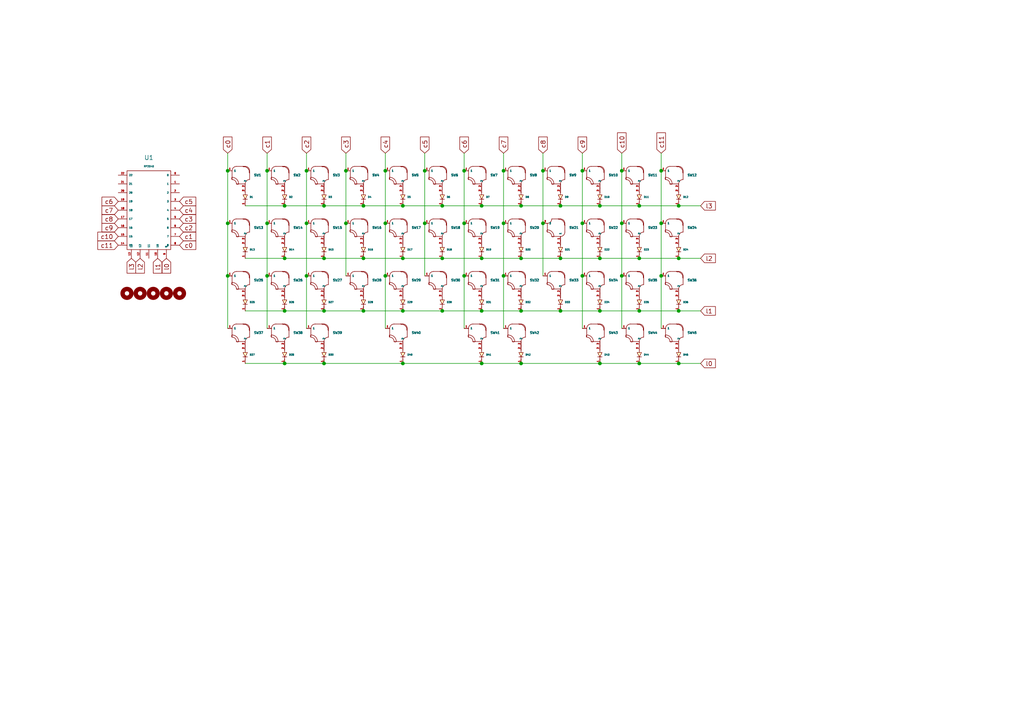
<source format=kicad_sch>
(kicad_sch (version 20211123) (generator eeschema)
  (paper "A4")
  (lib_symbols
    (symbol "Mechanical:MountingHole" (pin_names (offset 1.016))
      (property "Reference" "H" (at 0 5.08 0))
      (property "Value" "MountingHole" (at 0 3.175 0))
      (symbol "MountingHole_0_1"
        (circle (center 0 0) (radius 1.27) (stroke (width 1.27)))
      )
    )
    (symbol "keyb:Diode"
      (property "Reference" "D" (at -0.635 -1.27 0))
      (symbol "Diode_0_1"
        (polyline (pts (xy -1.27 0) (xy -0.635 0)))
        (polyline (pts (xy 0.635 0) (xy 1.27 0)))
        (polyline (pts (xy -0.635 0.635) (xy -0.635 -0.635) (xy -0.635 0)))
        (polyline (pts (xy -0.635 0) (xy 0.635 0.635) (xy 0.635 -0.635) (xy -0.635 0)) (fill (type background)))
      )
      (symbol "Diode_1_1"
        (pin bidirectional line (at -2.54 0 0) (length 1.27) (name "") (number "1"))
        (pin bidirectional line (at 2.54 0 180) (length 1.27) (name "") (number "2"))
      )
    )
    (symbol "keyb:RP2040"
      (property "Reference" "U" (at 0 1.27 0))
      (property "Value" "RP2040" (at 0 -2.54 0))
      (symbol "RP2040_0_1"
        (rectangle (start -6.35 11.43) (end 6.35 -11.43))
      )
      (symbol "RP2040_1_1"
        (pin bidirectional line (at 8.89 10.16 180) (length 2.54) (name "0") (number "0"))
        (pin bidirectional line (at 8.89 7.62 180) (length 2.54) (name "1") (number "1"))
        (pin bidirectional line (at 2.54 -13.97 90) (length 2.54) (name "10") (number "10"))
        (pin bidirectional line (at 0 -13.97 90) (length 2.54) (name "11") (number "11"))
        (pin bidirectional line (at -2.54 -13.97 90) (length 2.54) (name "12") (number "12"))
        (pin bidirectional line (at -5.08 -13.97 90) (length 2.54) (name "13") (number "13"))
        (pin bidirectional line (at -8.89 -10.16 0) (length 2.54) (name "14") (number "14"))
        (pin bidirectional line (at -8.89 -7.62 0) (length 2.54) (name "15") (number "15"))
        (pin bidirectional line (at -8.89 -5.08 0) (length 2.54) (name "16") (number "16"))
        (pin bidirectional line (at -8.89 -2.54 0) (length 2.54) (name "17") (number "17"))
        (pin bidirectional line (at -8.89 0 0) (length 2.54) (name "18") (number "18"))
        (pin bidirectional line (at -8.89 2.54 0) (length 2.54) (name "19") (number "19"))
        (pin bidirectional line (at 8.89 5.08 180) (length 2.54) (name "2") (number "2"))
        (pin bidirectional line (at -8.89 5.08 0) (length 2.54) (name "20") (number "20"))
        (pin bidirectional line (at -8.89 7.62 0) (length 2.54) (name "21") (number "21"))
        (pin bidirectional line (at -8.89 10.16 0) (length 2.54) (name "22") (number "22"))
        (pin bidirectional line (at 8.89 2.54 180) (length 2.54) (name "3") (number "3"))
        (pin bidirectional line (at 8.89 0 180) (length 2.54) (name "4") (number "4"))
        (pin bidirectional line (at 8.89 -2.54 180) (length 2.54) (name "5") (number "5"))
        (pin bidirectional line (at 8.89 -5.08 180) (length 2.54) (name "6") (number "6"))
        (pin bidirectional line (at 8.89 -7.62 180) (length 2.54) (name "7") (number "7"))
        (pin bidirectional line (at 8.89 -10.16 180) (length 2.54) (name "8") (number "8"))
        (pin bidirectional line (at 5.08 -13.97 90) (length 2.54) (name "9") (number "9"))
      )
    )
    (symbol "keyb:key"
      (property "Reference" "SW" (at 0 0 0))
      (symbol "key_0_1"
        (arc (start -2.54 -0.635) (mid -2.6715 -0.9525) (end -2.54 -1.27))
        (arc (start -1.27 -2.54) (mid -1.642 -1.642) (end -2.54 -1.27))
        (arc (start -1.27 -2.54) (mid -0.9525 -2.6715) (end -0.635 -2.54))
        (arc (start -1.27 2.54) (mid -2.168 2.168) (end -2.54 1.27))
        (arc (start -0.635 -2.54) (mid -1.1935 -1.1935) (end -2.54 -0.635))
        (polyline (pts (xy -2.54 -1.27) (xy -2.54 1.27)))
        (polyline (pts (xy -1.27 -2.54) (xy 1.27 -2.54)))
        (polyline (pts (xy 1.27 2.54) (xy -1.27 2.54)))
        (polyline (pts (xy 2.54 -1.27) (xy 2.54 1.27)))
        (arc (start 0.635 2.54) (mid 0.9525 1.7735) (end 1.27 2.54))
        (arc (start 2.54 -1.27) (mid 0.372 -0.372) (end 1.27 -2.54))
        (arc (start 2.54 0.635) (mid 3.887 3.887) (end 0.635 2.54))
        (arc (start 2.54 1.27) (mid 3.438 3.438) (end 1.27 2.54))
        (arc (start 2.54 1.27) (mid 1.7735 0.9525) (end 2.54 0.635))
      )
      (symbol "key_1_1"
        (pin bidirectional line (at -3.81 1.27 0) (length 1.27) (name "1") (number "1"))
        (pin bidirectional line (at 1.27 -3.81 90) (length 1.27) (name "2") (number "2"))
      )
    )
  )
  (junction (at 185.42 105.41))
  (junction (at 196.85 105.41))
  (junction (at 196.85 59.69))
  (junction (at 162.56 74.93))
  (junction (at 66.04 49.53))
  (junction (at 180.34 49.53))
  (junction (at 93.98 74.93))
  (junction (at 191.77 80.01))
  (junction (at 157.48 49.53))
  (junction (at 139.7 90.17))
  (junction (at 157.48 64.77))
  (junction (at 146.05 64.77))
  (junction (at 185.42 90.17))
  (junction (at 111.76 80.01))
  (junction (at 88.9 49.53))
  (junction (at 116.84 74.93))
  (junction (at 151.13 74.93))
  (junction (at 100.33 64.77))
  (junction (at 88.9 80.01))
  (junction (at 173.99 90.17))
  (junction (at 66.04 64.77))
  (junction (at 66.04 80.01))
  (junction (at 105.41 90.17))
  (junction (at 100.33 49.53))
  (junction (at 134.62 80.01))
  (junction (at 123.19 49.53))
  (junction (at 180.34 80.01))
  (junction (at 196.85 90.17))
  (junction (at 168.91 64.77))
  (junction (at 93.98 105.41))
  (junction (at 191.77 64.77))
  (junction (at 168.91 49.53))
  (junction (at 128.27 90.17))
  (junction (at 116.84 90.17))
  (junction (at 139.7 105.41))
  (junction (at 77.47 49.53))
  (junction (at 82.55 74.93))
  (junction (at 168.91 80.01))
  (junction (at 134.62 49.53))
  (junction (at 77.47 80.01))
  (junction (at 134.62 64.77))
  (junction (at 146.05 80.01))
  (junction (at 128.27 74.93))
  (junction (at 191.77 49.53))
  (junction (at 111.76 49.53))
  (junction (at 173.99 74.93))
  (junction (at 123.19 64.77))
  (junction (at 93.98 59.69))
  (junction (at 162.56 90.17))
  (junction (at 116.84 59.69))
  (junction (at 93.98 90.17))
  (junction (at 77.47 64.77))
  (junction (at 88.9 64.77))
  (junction (at 151.13 90.17))
  (junction (at 105.41 74.93))
  (junction (at 151.13 105.41))
  (junction (at 105.41 59.69))
  (junction (at 146.05 49.53))
  (junction (at 128.27 59.69))
  (junction (at 151.13 59.69))
  (junction (at 196.85 74.93))
  (junction (at 82.55 59.69))
  (junction (at 185.42 59.69))
  (junction (at 82.55 90.17))
  (junction (at 173.99 59.69))
  (junction (at 185.42 74.93))
  (junction (at 139.7 59.69))
  (junction (at 111.76 64.77))
  (junction (at 139.7 74.93))
  (junction (at 180.34 64.77))
  (junction (at 162.56 59.69))
  (junction (at 82.55 105.41))
  (junction (at 116.84 105.41))
  (junction (at 173.99 105.41))
  (wire (pts (xy 173.99 74.93) (xy 185.42 74.93)))
  (wire (pts (xy 180.34 49.53) (xy 180.34 64.77)))
  (wire (pts (xy 111.76 44.45) (xy 111.76 49.53)))
  (wire (pts (xy 151.13 59.69) (xy 162.56 59.69)))
  (wire (pts (xy 173.99 105.41) (xy 185.42 105.41)))
  (wire (pts (xy 77.47 80.01) (xy 77.47 95.25)))
  (wire (pts (xy 88.9 80.01) (xy 88.9 95.25)))
  (wire (pts (xy 173.99 90.17) (xy 185.42 90.17)))
  (wire (pts (xy 111.76 80.01) (xy 111.76 95.25)))
  (wire (pts (xy 157.48 64.77) (xy 157.48 80.01)))
  (wire (pts (xy 191.77 49.53) (xy 191.77 64.77)))
  (wire (pts (xy 82.55 74.93) (xy 93.98 74.93)))
  (wire (pts (xy 134.62 49.53) (xy 134.62 64.77)))
  (wire (pts (xy 71.12 74.93) (xy 82.55 74.93)))
  (wire (pts (xy 168.91 64.77) (xy 168.91 80.01)))
  (wire (pts (xy 185.42 74.93) (xy 196.85 74.93)))
  (wire (pts (xy 111.76 49.53) (xy 111.76 64.77)))
  (wire (pts (xy 128.27 74.93) (xy 139.7 74.93)))
  (wire (pts (xy 185.42 59.69) (xy 196.85 59.69)))
  (wire (pts (xy 100.33 44.45) (xy 100.33 49.53)))
  (wire (pts (xy 191.77 64.77) (xy 191.77 80.01)))
  (wire (pts (xy 180.34 44.45) (xy 180.34 49.53)))
  (wire (pts (xy 123.19 49.53) (xy 123.19 64.77)))
  (wire (pts (xy 134.62 64.77) (xy 134.62 80.01)))
  (wire (pts (xy 168.91 49.53) (xy 168.91 64.77)))
  (wire (pts (xy 146.05 80.01) (xy 146.05 95.25)))
  (wire (pts (xy 128.27 59.69) (xy 139.7 59.69)))
  (wire (pts (xy 82.55 59.69) (xy 93.98 59.69)))
  (wire (pts (xy 93.98 90.17) (xy 105.41 90.17)))
  (wire (pts (xy 111.76 64.77) (xy 111.76 80.01)))
  (wire (pts (xy 139.7 90.17) (xy 151.13 90.17)))
  (wire (pts (xy 162.56 74.93) (xy 173.99 74.93)))
  (wire (pts (xy 128.27 90.17) (xy 139.7 90.17)))
  (wire (pts (xy 100.33 64.77) (xy 100.33 80.01)))
  (wire (pts (xy 66.04 49.53) (xy 66.04 64.77)))
  (wire (pts (xy 77.47 64.77) (xy 77.47 80.01)))
  (wire (pts (xy 139.7 105.41) (xy 151.13 105.41)))
  (wire (pts (xy 123.19 44.45) (xy 123.19 49.53)))
  (wire (pts (xy 66.04 44.45) (xy 66.04 49.53)))
  (wire (pts (xy 157.48 49.53) (xy 157.48 64.77)))
  (wire (pts (xy 134.62 80.01) (xy 134.62 95.25)))
  (wire (pts (xy 151.13 105.41) (xy 173.99 105.41)))
  (wire (pts (xy 116.84 74.93) (xy 128.27 74.93)))
  (wire (pts (xy 168.91 80.01) (xy 168.91 95.25)))
  (wire (pts (xy 191.77 44.45) (xy 191.77 49.53)))
  (wire (pts (xy 196.85 74.93) (xy 203.2 74.93)))
  (wire (pts (xy 185.42 90.17) (xy 196.85 90.17)))
  (wire (pts (xy 105.41 59.69) (xy 116.84 59.69)))
  (wire (pts (xy 185.42 105.41) (xy 196.85 105.41)))
  (wire (pts (xy 173.99 59.69) (xy 185.42 59.69)))
  (wire (pts (xy 116.84 105.41) (xy 139.7 105.41)))
  (wire (pts (xy 168.91 44.45) (xy 168.91 49.53)))
  (wire (pts (xy 71.12 90.17) (xy 82.55 90.17)))
  (wire (pts (xy 180.34 64.77) (xy 180.34 80.01)))
  (wire (pts (xy 134.62 44.45) (xy 134.62 49.53)))
  (wire (pts (xy 88.9 44.45) (xy 88.9 49.53)))
  (wire (pts (xy 66.04 64.77) (xy 66.04 80.01)))
  (wire (pts (xy 162.56 90.17) (xy 173.99 90.17)))
  (wire (pts (xy 146.05 49.53) (xy 146.05 64.77)))
  (wire (pts (xy 93.98 59.69) (xy 105.41 59.69)))
  (wire (pts (xy 105.41 74.93) (xy 116.84 74.93)))
  (wire (pts (xy 139.7 74.93) (xy 151.13 74.93)))
  (wire (pts (xy 93.98 74.93) (xy 105.41 74.93)))
  (wire (pts (xy 105.41 90.17) (xy 116.84 90.17)))
  (wire (pts (xy 88.9 64.77) (xy 88.9 80.01)))
  (wire (pts (xy 71.12 59.69) (xy 82.55 59.69)))
  (wire (pts (xy 180.34 80.01) (xy 180.34 95.25)))
  (wire (pts (xy 71.12 105.41) (xy 82.55 105.41)))
  (wire (pts (xy 196.85 59.69) (xy 203.2 59.69)))
  (wire (pts (xy 196.85 105.41) (xy 203.2 105.41)))
  (wire (pts (xy 77.47 44.45) (xy 77.47 49.53)))
  (wire (pts (xy 157.48 44.45) (xy 157.48 49.53)))
  (wire (pts (xy 77.47 49.53) (xy 77.47 64.77)))
  (wire (pts (xy 196.85 90.17) (xy 203.2 90.17)))
  (wire (pts (xy 82.55 105.41) (xy 93.98 105.41)))
  (wire (pts (xy 139.7 59.69) (xy 151.13 59.69)))
  (wire (pts (xy 151.13 74.93) (xy 162.56 74.93)))
  (wire (pts (xy 191.77 80.01) (xy 191.77 95.25)))
  (wire (pts (xy 82.55 90.17) (xy 93.98 90.17)))
  (wire (pts (xy 93.98 105.41) (xy 116.84 105.41)))
  (wire (pts (xy 116.84 90.17) (xy 128.27 90.17)))
  (wire (pts (xy 116.84 59.69) (xy 128.27 59.69)))
  (wire (pts (xy 100.33 49.53) (xy 100.33 64.77)))
  (wire (pts (xy 146.05 64.77) (xy 146.05 80.01)))
  (wire (pts (xy 88.9 49.53) (xy 88.9 64.77)))
  (wire (pts (xy 146.05 44.45) (xy 146.05 49.53)))
  (wire (pts (xy 151.13 90.17) (xy 162.56 90.17)))
  (wire (pts (xy 66.04 80.01) (xy 66.04 95.25)))
  (wire (pts (xy 162.56 59.69) (xy 173.99 59.69)))
  (wire (pts (xy 123.19 64.77) (xy 123.19 80.01)))
  (global_label "c3" (shape input) (at 52.07 63.5 0) (property "Références Inter-Feuilles" "${INTERSHEET_REFS}" (effects hide)))
  (global_label "c0" (shape input) (at 66.04 44.45 90) (property "Références Inter-Feuilles" "${INTERSHEET_REFS}" (effects hide)))
  (global_label "c2" (shape input) (at 52.07 66.04 0) (property "Références Inter-Feuilles" "${INTERSHEET_REFS}" (effects hide)))
  (global_label "c3" (shape input) (at 100.33 44.45 90) (property "Références Inter-Feuilles" "${INTERSHEET_REFS}" (effects hide)))
  (global_label "c2" (shape input) (at 88.9 44.45 90) (property "Références Inter-Feuilles" "${INTERSHEET_REFS}" (effects hide)))
  (global_label "c8" (shape input) (at 34.29 63.5 180) (property "Références Inter-Feuilles" "${INTERSHEET_REFS}" (effects hide)))
  (global_label "c6" (shape input) (at 34.29 58.42 180) (property "Références Inter-Feuilles" "${INTERSHEET_REFS}" (effects hide)))
  (global_label "c7" (shape input) (at 146.05 44.45 90) (property "Références Inter-Feuilles" "${INTERSHEET_REFS}" (effects hide)))
  (global_label "c1" (shape input) (at 52.07 68.58 0) (property "Références Inter-Feuilles" "${INTERSHEET_REFS}" (effects hide)))
  (global_label "c11" (shape input) (at 34.29 71.12 180) (property "Références Inter-Feuilles" "${INTERSHEET_REFS}" (effects hide)))
  (global_label "l0" (shape input) (at 203.2 105.41 0) (property "Références Inter-Feuilles" "${INTERSHEET_REFS}" (effects hide)))
  (global_label "c4" (shape input) (at 52.07 60.96 0) (property "Références Inter-Feuilles" "${INTERSHEET_REFS}" (effects hide)))
  (global_label "l3" (shape input) (at 203.2 59.69 0) (property "Références Inter-Feuilles" "${INTERSHEET_REFS}" (effects hide)))
  (global_label "l1" (shape input) (at 45.72 74.93 270) (property "Références Inter-Feuilles" "${INTERSHEET_REFS}" (effects hide)))
  (global_label "c9" (shape input) (at 34.29 66.04 180) (property "Références Inter-Feuilles" "${INTERSHEET_REFS}" (effects hide)))
  (global_label "c10" (shape input) (at 34.29 68.58 180) (property "Références Inter-Feuilles" "${INTERSHEET_REFS}" (effects hide)))
  (global_label "c10" (shape input) (at 180.34 44.45 90) (property "Références Inter-Feuilles" "${INTERSHEET_REFS}" (effects hide)))
  (global_label "c8" (shape input) (at 157.48 44.45 90) (property "Références Inter-Feuilles" "${INTERSHEET_REFS}" (effects hide)))
  (global_label "c1" (shape input) (at 77.47 44.45 90) (property "Références Inter-Feuilles" "${INTERSHEET_REFS}" (effects hide)))
  (global_label "c5" (shape input) (at 52.07 58.42 0) (property "Références Inter-Feuilles" "${INTERSHEET_REFS}" (effects hide)))
  (global_label "c4" (shape input) (at 111.76 44.45 90) (property "Références Inter-Feuilles" "${INTERSHEET_REFS}" (effects hide)))
  (global_label "c6" (shape input) (at 134.62 44.45 90) (property "Références Inter-Feuilles" "${INTERSHEET_REFS}" (effects hide)))
  (global_label "c9" (shape input) (at 168.91 44.45 90) (property "Références Inter-Feuilles" "${INTERSHEET_REFS}" (effects hide)))
  (global_label "c0" (shape input) (at 52.07 71.12 0) (property "Références Inter-Feuilles" "${INTERSHEET_REFS}" (effects hide)))
  (global_label "l3" (shape input) (at 38.1 74.93 270) (property "Références Inter-Feuilles" "${INTERSHEET_REFS}" (effects hide)))
  (global_label "c11" (shape input) (at 191.77 44.45 90) (property "Références Inter-Feuilles" "${INTERSHEET_REFS}" (effects hide)))
  (global_label "c5" (shape input) (at 123.19 44.45 90) (property "Références Inter-Feuilles" "${INTERSHEET_REFS}" (effects hide)))
  (global_label "l2" (shape input) (at 40.64 74.93 270) (property "Références Inter-Feuilles" "${INTERSHEET_REFS}" (effects hide)))
  (global_label "c7" (shape input) (at 34.29 60.96 180) (property "Références Inter-Feuilles" "${INTERSHEET_REFS}" (effects hide)))
  (global_label "l1" (shape input) (at 203.2 90.17 0) (property "Références Inter-Feuilles" "${INTERSHEET_REFS}" (effects hide)))
  (global_label "l2" (shape input) (at 203.2 74.93 0) (property "Références Inter-Feuilles" "${INTERSHEET_REFS}" (effects hide)))
  (global_label "l0" (shape input) (at 48.26 74.93 270) (property "Références Inter-Feuilles" "${INTERSHEET_REFS}" (effects hide)))
  (symbol (lib_id "keyb:Diode") (at 173.99 87.63 90) (unit 1)
    (property "Reference" "D34" (at 175.26 87.63 90) (effects (font (size 0.5 0.5)) (justify right)))
    (property "Value" "Diode" (effects hide))
    (property "Footprint" "keyb-libs:Diode" (effects hide))
  )
  (symbol (lib_id "keyb:Diode") (at 71.12 102.87 90) (unit 1)
    (property "Reference" "D37" (at 72.39 102.87 90) (effects (font (size 0.5 0.5)) (justify right)))
    (property "Value" "Diode" (effects hide))
    (property "Footprint" "keyb-libs:Diode" (effects hide))
  )
  (symbol (lib_id "keyb:Diode") (at 116.84 57.15 90) (unit 1)
    (property "Reference" "D5" (at 118.11 57.15 90) (effects (font (size 0.5 0.5)) (justify right)))
    (property "Value" "Diode" (effects hide))
    (property "Footprint" "keyb-libs:Diode" (effects hide))
  )
  (symbol (lib_id "keyb:key") (at 127 66.04 0) (unit 1)
    (property "Reference" "SW18" (at 130.81 66.0399 0) (effects (font (size 0.65 0.65)) (justify left)))
    (property "Value" "key" (effects hide))
    (property "Footprint" "keyb-libs:MX-5pin" (effects hide))
  )
  (symbol (lib_id "keyb:Diode") (at 185.42 102.87 90) (unit 1)
    (property "Reference" "D44" (at 186.69 102.87 90) (effects (font (size 0.5 0.5)) (justify right)))
    (property "Value" "Diode" (effects hide))
    (property "Footprint" "keyb-libs:Diode" (effects hide))
  )
  (symbol (lib_id "keyb:Diode") (at 116.84 72.39 90) (unit 1)
    (property "Reference" "D17" (at 118.11 72.39 90) (effects (font (size 0.5 0.5)) (justify right)))
    (property "Value" "Diode" (effects hide))
    (property "Footprint" "keyb-libs:Diode" (effects hide))
  )
  (symbol (lib_id "Mechanical:MountingHole") (at 44.45 85.09 0) (unit 1)
    (property "Reference" "H3" (effects hide))
    (property "Value" "MountingHole" (effects hide))
    (property "Footprint" "MountingHole:MountingHole_2.2mm_M2" (effects hide))
  )
  (symbol (lib_id "keyb:key") (at 172.72 66.04 0) (unit 1)
    (property "Reference" "SW22" (at 176.53 66.0399 0) (effects (font (size 0.65 0.65)) (justify left)))
    (property "Value" "key" (effects hide))
    (property "Footprint" "keyb-libs:MX-5pin" (effects hide))
  )
  (symbol (lib_id "keyb:key") (at 81.28 66.04 0) (unit 1)
    (property "Reference" "SW14" (at 85.09 66.0399 0) (effects (font (size 0.65 0.65)) (justify left)))
    (property "Value" "key" (effects hide))
    (property "Footprint" "keyb-libs:MX-5pin" (effects hide))
  )
  (symbol (lib_id "keyb:Diode") (at 162.56 57.15 90) (unit 1)
    (property "Reference" "D9" (at 163.83 57.15 90) (effects (font (size 0.5 0.5)) (justify right)))
    (property "Value" "Diode" (effects hide))
    (property "Footprint" "keyb-libs:Diode" (effects hide))
  )
  (symbol (lib_id "keyb:Diode") (at 71.12 87.63 90) (unit 1)
    (property "Reference" "D25" (at 72.39 87.63 90) (effects (font (size 0.5 0.5)) (justify right)))
    (property "Value" "Diode" (effects hide))
    (property "Footprint" "keyb-libs:Diode" (effects hide))
  )
  (symbol (lib_id "keyb:Diode") (at 185.42 87.63 90) (unit 1)
    (property "Reference" "D35" (at 186.69 87.63 90) (effects (font (size 0.5 0.5)) (justify right)))
    (property "Value" "Diode" (effects hide))
    (property "Footprint" "keyb-libs:Diode" (effects hide))
  )
  (symbol (lib_id "Mechanical:MountingHole") (at 48.26 85.09 0) (unit 1)
    (property "Reference" "H4" (effects hide))
    (property "Value" "MountingHole" (effects hide))
    (property "Footprint" "MountingHole:MountingHole_2.2mm_M2" (effects hide))
  )
  (symbol (lib_id "keyb:key") (at 184.15 81.28 0) (unit 1)
    (property "Reference" "SW35" (at 187.96 81.2799 0) (effects (font (size 0.65 0.65)) (justify left)))
    (property "Value" "key" (effects hide))
    (property "Footprint" "keyb-libs:MX-5pin" (effects hide))
  )
  (symbol (lib_id "keyb:Diode") (at 139.7 87.63 90) (unit 1)
    (property "Reference" "D31" (at 140.97 87.63 90) (effects (font (size 0.5 0.5)) (justify right)))
    (property "Value" "Diode" (effects hide))
    (property "Footprint" "keyb-libs:Diode" (effects hide))
  )
  (symbol (lib_id "keyb:key") (at 92.71 81.28 0) (unit 1)
    (property "Reference" "SW27" (at 96.52 81.2799 0) (effects (font (size 0.65 0.65)) (justify left)))
    (property "Value" "key" (effects hide))
    (property "Footprint" "keyb-libs:MX-5pin" (effects hide))
  )
  (symbol (lib_id "keyb:RP2040") (at 43.18 60.96 0) (unit 1)
    (property "Reference" "U1" (at 43.18 45.72 0))
    (property "Value" "RP2040" (at 43.18 48.26 0) (effects (font (size 0.5 0.5))))
    (property "Footprint" "keyb-libs:RP2040" (effects hide))
  )
  (symbol (lib_id "keyb:Diode") (at 82.55 102.87 90) (unit 1)
    (property "Reference" "D38" (at 83.82 102.87 90) (effects (font (size 0.5 0.5)) (justify right)))
    (property "Value" "Diode" (effects hide))
    (property "Footprint" "keyb-libs:Diode" (effects hide))
  )
  (symbol (lib_id "keyb:key") (at 104.14 81.28 0) (unit 1)
    (property "Reference" "SW28" (at 107.95 81.2799 0) (effects (font (size 0.65 0.65)) (justify left)))
    (property "Value" "key" (effects hide))
    (property "Footprint" "keyb-libs:MX-5pin" (effects hide))
  )
  (symbol (lib_id "Mechanical:MountingHole") (at 52.07 85.09 0) (unit 1)
    (property "Reference" "H5" (effects hide))
    (property "Value" "MountingHole" (effects hide))
    (property "Footprint" "MountingHole:MountingHole_2.2mm_M2" (effects hide))
  )
  (symbol (lib_id "keyb:Diode") (at 196.85 57.15 90) (unit 1)
    (property "Reference" "D12" (at 198.12 57.15 90) (effects (font (size 0.5 0.5)) (justify right)))
    (property "Value" "Diode" (effects hide))
    (property "Footprint" "keyb-libs:Diode" (effects hide))
  )
  (symbol (lib_id "keyb:key") (at 184.15 96.52 0) (unit 1)
    (property "Reference" "SW44" (at 187.96 96.5199 0) (effects (font (size 0.65 0.65)) (justify left)))
    (property "Value" "key" (effects hide))
    (property "Footprint" "keyb-libs:MX-5pin" (effects hide))
  )
  (symbol (lib_id "Mechanical:MountingHole") (at 36.83 85.09 0) (unit 1)
    (property "Reference" "H1" (effects hide))
    (property "Value" "MountingHole" (effects hide))
    (property "Footprint" "MountingHole:MountingHole_2.2mm_M2" (effects hide))
  )
  (symbol (lib_id "keyb:key") (at 149.86 81.28 0) (unit 1)
    (property "Reference" "SW32" (at 153.67 81.2799 0) (effects (font (size 0.65 0.65)) (justify left)))
    (property "Value" "key" (effects hide))
    (property "Footprint" "keyb-libs:MX-5pin" (effects hide))
  )
  (symbol (lib_id "keyb:Diode") (at 128.27 57.15 90) (unit 1)
    (property "Reference" "D6" (at 129.54 57.15 90) (effects (font (size 0.5 0.5)) (justify right)))
    (property "Value" "Diode" (effects hide))
    (property "Footprint" "keyb-libs:Diode" (effects hide))
  )
  (symbol (lib_id "keyb:Diode") (at 151.13 87.63 90) (unit 1)
    (property "Reference" "D32" (at 152.4 87.63 90) (effects (font (size 0.5 0.5)) (justify right)))
    (property "Value" "Diode" (effects hide))
    (property "Footprint" "keyb-libs:Diode" (effects hide))
  )
  (symbol (lib_id "keyb:key") (at 149.86 66.04 0) (unit 1)
    (property "Reference" "SW20" (at 153.67 66.0399 0) (effects (font (size 0.65 0.65)) (justify left)))
    (property "Value" "key" (effects hide))
    (property "Footprint" "keyb-libs:MX-5pin" (effects hide))
  )
  (symbol (lib_id "keyb:key") (at 127 50.8 0) (unit 1)
    (property "Reference" "SW6" (at 130.81 50.7999 0) (effects (font (size 0.65 0.65)) (justify left)))
    (property "Value" "key" (effects hide))
    (property "Footprint" "keyb-libs:MX-5pin" (effects hide))
  )
  (symbol (lib_id "keyb:Diode") (at 173.99 57.15 90) (unit 1)
    (property "Reference" "D10" (at 175.26 57.15 90) (effects (font (size 0.5 0.5)) (justify right)))
    (property "Value" "Diode" (effects hide))
    (property "Footprint" "keyb-libs:Diode" (effects hide))
  )
  (symbol (lib_id "keyb:Diode") (at 196.85 72.39 90) (unit 1)
    (property "Reference" "D24" (at 198.12 72.39 90) (effects (font (size 0.5 0.5)) (justify right)))
    (property "Value" "Diode" (effects hide))
    (property "Footprint" "keyb-libs:Diode" (effects hide))
  )
  (symbol (lib_id "keyb:key") (at 69.85 96.52 0) (unit 1)
    (property "Reference" "SW37" (at 73.66 96.5199 0) (effects (font (size 0.65 0.65)) (justify left)))
    (property "Value" "key" (effects hide))
    (property "Footprint" "keyb-libs:MX-5pin" (effects hide))
  )
  (symbol (lib_id "keyb:key") (at 81.28 81.28 0) (unit 1)
    (property "Reference" "SW26" (at 85.09 81.2799 0) (effects (font (size 0.65 0.65)) (justify left)))
    (property "Value" "key" (effects hide))
    (property "Footprint" "keyb-libs:MX-5pin" (effects hide))
  )
  (symbol (lib_id "keyb:key") (at 115.57 50.8 0) (unit 1)
    (property "Reference" "SW5" (at 119.38 50.7999 0) (effects (font (size 0.65 0.65)) (justify left)))
    (property "Value" "key" (effects hide))
    (property "Footprint" "keyb-libs:MX-5pin" (effects hide))
  )
  (symbol (lib_id "keyb:key") (at 172.72 96.52 0) (unit 1)
    (property "Reference" "SW43" (at 176.53 96.5199 0) (effects (font (size 0.65 0.65)) (justify left)))
    (property "Value" "key" (effects hide))
    (property "Footprint" "keyb-libs:MX-5pin" (effects hide))
  )
  (symbol (lib_id "keyb:key") (at 195.58 96.52 0) (unit 1)
    (property "Reference" "SW45" (at 199.39 96.5199 0) (effects (font (size 0.65 0.65)) (justify left)))
    (property "Value" "key" (effects hide))
    (property "Footprint" "keyb-libs:MX-5pin" (effects hide))
  )
  (symbol (lib_id "Mechanical:MountingHole") (at 40.64 85.09 0) (unit 1)
    (property "Reference" "H2" (effects hide))
    (property "Value" "MountingHole" (effects hide))
    (property "Footprint" "MountingHole:MountingHole_2.2mm_M2" (effects hide))
  )
  (symbol (lib_id "keyb:Diode") (at 82.55 57.15 90) (unit 1)
    (property "Reference" "D2" (at 83.82 57.15 90) (effects (font (size 0.5 0.5)) (justify right)))
    (property "Value" "Diode" (effects hide))
    (property "Footprint" "keyb-libs:Diode" (effects hide))
  )
  (symbol (lib_id "keyb:key") (at 69.85 50.8 0) (unit 1)
    (property "Reference" "SW1" (at 73.66 50.7999 0) (effects (font (size 0.65 0.65)) (justify left)))
    (property "Value" "key" (effects hide))
    (property "Footprint" "keyb-libs:MX-5pin" (effects hide))
  )
  (symbol (lib_id "keyb:Diode") (at 151.13 102.87 90) (unit 1)
    (property "Reference" "D42" (at 152.4 102.87 90) (effects (font (size 0.5 0.5)) (justify right)))
    (property "Value" "Diode" (effects hide))
    (property "Footprint" "keyb-libs:Diode" (effects hide))
  )
  (symbol (lib_id "keyb:Diode") (at 82.55 72.39 90) (unit 1)
    (property "Reference" "D14" (at 83.82 72.39 90) (effects (font (size 0.5 0.5)) (justify right)))
    (property "Value" "Diode" (effects hide))
    (property "Footprint" "keyb-libs:Diode" (effects hide))
  )
  (symbol (lib_id "keyb:Diode") (at 139.7 72.39 90) (unit 1)
    (property "Reference" "D19" (at 140.97 72.39 90) (effects (font (size 0.5 0.5)) (justify right)))
    (property "Value" "Diode" (effects hide))
    (property "Footprint" "keyb-libs:Diode" (effects hide))
  )
  (symbol (lib_id "keyb:key") (at 138.43 66.04 0) (unit 1)
    (property "Reference" "SW19" (at 142.24 66.0399 0) (effects (font (size 0.65 0.65)) (justify left)))
    (property "Value" "key" (effects hide))
    (property "Footprint" "keyb-libs:MX-5pin" (effects hide))
  )
  (symbol (lib_id "keyb:key") (at 127 81.28 0) (unit 1)
    (property "Reference" "SW30" (at 130.81 81.2799 0) (effects (font (size 0.65 0.65)) (justify left)))
    (property "Value" "key" (effects hide))
    (property "Footprint" "keyb-libs:MX-5pin" (effects hide))
  )
  (symbol (lib_id "keyb:Diode") (at 139.7 102.87 90) (unit 1)
    (property "Reference" "D41" (at 140.97 102.87 90) (effects (font (size 0.5 0.5)) (justify right)))
    (property "Value" "Diode" (effects hide))
    (property "Footprint" "keyb-libs:Diode" (effects hide))
  )
  (symbol (lib_id "keyb:Diode") (at 71.12 72.39 90) (unit 1)
    (property "Reference" "D13" (at 72.39 72.39 90) (effects (font (size 0.5 0.5)) (justify right)))
    (property "Value" "Diode" (effects hide))
    (property "Footprint" "keyb-libs:Diode" (effects hide))
  )
  (symbol (lib_id "keyb:key") (at 149.86 50.8 0) (unit 1)
    (property "Reference" "SW8" (at 153.67 50.7999 0) (effects (font (size 0.65 0.65)) (justify left)))
    (property "Value" "key" (effects hide))
    (property "Footprint" "keyb-libs:MX-5pin" (effects hide))
  )
  (symbol (lib_id "keyb:key") (at 69.85 81.28 0) (unit 1)
    (property "Reference" "SW25" (at 73.66 81.2799 0) (effects (font (size 0.65 0.65)) (justify left)))
    (property "Value" "key" (effects hide))
    (property "Footprint" "keyb-libs:MX-5pin" (effects hide))
  )
  (symbol (lib_id "keyb:key") (at 104.14 50.8 0) (unit 1)
    (property "Reference" "SW4" (at 107.95 50.7999 0) (effects (font (size 0.65 0.65)) (justify left)))
    (property "Value" "key" (effects hide))
    (property "Footprint" "keyb-libs:MX-5pin" (effects hide))
  )
  (symbol (lib_id "keyb:key") (at 69.85 66.04 0) (unit 1)
    (property "Reference" "SW13" (at 73.66 66.0399 0) (effects (font (size 0.65 0.65)) (justify left)))
    (property "Value" "key" (effects hide))
    (property "Footprint" "keyb-libs:MX-5pin" (effects hide))
  )
  (symbol (lib_id "keyb:key") (at 172.72 50.8 0) (unit 1)
    (property "Reference" "SW10" (at 176.53 50.7999 0) (effects (font (size 0.65 0.65)) (justify left)))
    (property "Value" "key" (effects hide))
    (property "Footprint" "keyb-libs:MX-5pin" (effects hide))
  )
  (symbol (lib_id "keyb:Diode") (at 173.99 72.39 90) (unit 1)
    (property "Reference" "D22" (at 175.26 72.39 90) (effects (font (size 0.5 0.5)) (justify right)))
    (property "Value" "Diode" (effects hide))
    (property "Footprint" "keyb-libs:Diode" (effects hide))
  )
  (symbol (lib_id "keyb:Diode") (at 185.42 72.39 90) (unit 1)
    (property "Reference" "D23" (at 186.69 72.39 90) (effects (font (size 0.5 0.5)) (justify right)))
    (property "Value" "Diode" (effects hide))
    (property "Footprint" "keyb-libs:Diode" (effects hide))
  )
  (symbol (lib_id "keyb:key") (at 161.29 81.28 0) (unit 1)
    (property "Reference" "SW33" (at 165.1 81.2799 0) (effects (font (size 0.65 0.65)) (justify left)))
    (property "Value" "key" (effects hide))
    (property "Footprint" "keyb-libs:MX-5pin" (effects hide))
  )
  (symbol (lib_id "keyb:Diode") (at 105.41 87.63 90) (unit 1)
    (property "Reference" "D28" (at 106.68 87.63 90) (effects (font (size 0.5 0.5)) (justify right)))
    (property "Value" "Diode" (effects hide))
    (property "Footprint" "keyb-libs:Diode" (effects hide))
  )
  (symbol (lib_id "keyb:Diode") (at 93.98 102.87 90) (unit 1)
    (property "Reference" "D39" (at 95.25 102.87 90) (effects (font (size 0.5 0.5)) (justify right)))
    (property "Value" "Diode" (effects hide))
    (property "Footprint" "keyb-libs:Diode" (effects hide))
  )
  (symbol (lib_id "keyb:Diode") (at 128.27 87.63 90) (unit 1)
    (property "Reference" "D30" (at 129.54 87.63 90) (effects (font (size 0.5 0.5)) (justify right)))
    (property "Value" "Diode" (effects hide))
    (property "Footprint" "keyb-libs:Diode" (effects hide))
  )
  (symbol (lib_id "keyb:key") (at 92.71 50.8 0) (unit 1)
    (property "Reference" "SW3" (at 96.52 50.7999 0) (effects (font (size 0.65 0.65)) (justify left)))
    (property "Value" "key" (effects hide))
    (property "Footprint" "keyb-libs:MX-5pin" (effects hide))
  )
  (symbol (lib_id "keyb:Diode") (at 196.85 87.63 90) (unit 1)
    (property "Reference" "D36" (at 198.12 87.63 90) (effects (font (size 0.5 0.5)) (justify right)))
    (property "Value" "Diode" (effects hide))
    (property "Footprint" "keyb-libs:Diode" (effects hide))
  )
  (symbol (lib_id "keyb:key") (at 195.58 50.8 0) (unit 1)
    (property "Reference" "SW12" (at 199.39 50.7999 0) (effects (font (size 0.65 0.65)) (justify left)))
    (property "Value" "key" (effects hide))
    (property "Footprint" "keyb-libs:MX-5pin" (effects hide))
  )
  (symbol (lib_id "keyb:key") (at 149.86 96.52 0) (unit 1)
    (property "Reference" "SW42" (at 153.67 96.5199 0) (effects (font (size 0.65 0.65)) (justify left)))
    (property "Value" "key" (effects hide))
    (property "Footprint" "keyb-libs:MX-5pin" (effects hide))
  )
  (symbol (lib_id "keyb:key") (at 138.43 50.8 0) (unit 1)
    (property "Reference" "SW7" (at 142.24 50.7999 0) (effects (font (size 0.65 0.65)) (justify left)))
    (property "Value" "key" (effects hide))
    (property "Footprint" "keyb-libs:MX-5pin" (effects hide))
  )
  (symbol (lib_id "keyb:Diode") (at 93.98 57.15 90) (unit 1)
    (property "Reference" "D3" (at 95.25 57.15 90) (effects (font (size 0.5 0.5)) (justify right)))
    (property "Value" "Diode" (effects hide))
    (property "Footprint" "keyb-libs:Diode" (effects hide))
  )
  (symbol (lib_id "keyb:Diode") (at 105.41 57.15 90) (unit 1)
    (property "Reference" "D4" (at 106.68 57.15 90) (effects (font (size 0.5 0.5)) (justify right)))
    (property "Value" "Diode" (effects hide))
    (property "Footprint" "keyb-libs:Diode" (effects hide))
  )
  (symbol (lib_id "keyb:Diode") (at 162.56 72.39 90) (unit 1)
    (property "Reference" "D21" (at 163.83 72.39 90) (effects (font (size 0.5 0.5)) (justify right)))
    (property "Value" "Diode" (effects hide))
    (property "Footprint" "keyb-libs:Diode" (effects hide))
  )
  (symbol (lib_id "keyb:Diode") (at 82.55 87.63 90) (unit 1)
    (property "Reference" "D26" (at 83.82 87.63 90) (effects (font (size 0.5 0.5)) (justify right)))
    (property "Value" "Diode" (effects hide))
    (property "Footprint" "keyb-libs:Diode" (effects hide))
  )
  (symbol (lib_id "keyb:Diode") (at 139.7 57.15 90) (unit 1)
    (property "Reference" "D7" (at 140.97 57.15 90) (effects (font (size 0.5 0.5)) (justify right)))
    (property "Value" "Diode" (effects hide))
    (property "Footprint" "keyb-libs:Diode" (effects hide))
  )
  (symbol (lib_id "keyb:Diode") (at 173.99 102.87 90) (unit 1)
    (property "Reference" "D43" (at 175.26 102.87 90) (effects (font (size 0.5 0.5)) (justify right)))
    (property "Value" "Diode" (effects hide))
    (property "Footprint" "keyb-libs:Diode" (effects hide))
  )
  (symbol (lib_id "keyb:key") (at 195.58 66.04 0) (unit 1)
    (property "Reference" "SW24" (at 199.39 66.0399 0) (effects (font (size 0.65 0.65)) (justify left)))
    (property "Value" "key" (effects hide))
    (property "Footprint" "keyb-libs:MX-5pin" (effects hide))
  )
  (symbol (lib_id "keyb:Diode") (at 196.85 102.87 90) (unit 1)
    (property "Reference" "D45" (at 198.12 102.87 90) (effects (font (size 0.5 0.5)) (justify right)))
    (property "Value" "Diode" (effects hide))
    (property "Footprint" "keyb-libs:Diode" (effects hide))
  )
  (symbol (lib_id "keyb:key") (at 161.29 66.04 270) (mirror x) (unit 1)
    (property "Reference" "SW21" (at 165.1 66.0399 90) (effects (font (size 0.65 0.65)) (justify left)))
    (property "Value" "key" (effects hide))
    (property "Footprint" "keyb-libs:MX-5pin" (effects hide))
  )
  (symbol (lib_id "keyb:Diode") (at 151.13 72.39 90) (unit 1)
    (property "Reference" "D20" (at 152.4 72.39 90) (effects (font (size 0.5 0.5)) (justify right)))
    (property "Value" "Diode" (effects hide))
    (property "Footprint" "keyb-libs:Diode" (effects hide))
  )
  (symbol (lib_id "keyb:key") (at 172.72 81.28 0) (unit 1)
    (property "Reference" "SW34" (at 176.53 81.2799 0) (effects (font (size 0.65 0.65)) (justify left)))
    (property "Value" "key" (effects hide))
    (property "Footprint" "keyb-libs:MX-5pin" (effects hide))
  )
  (symbol (lib_id "keyb:Diode") (at 116.84 87.63 90) (unit 1)
    (property "Reference" "D29" (at 118.11 87.63 90) (effects (font (size 0.5 0.5)) (justify right)))
    (property "Value" "Diode" (effects hide))
    (property "Footprint" "keyb-libs:Diode" (effects hide))
  )
  (symbol (lib_id "keyb:Diode") (at 71.12 57.15 90) (unit 1)
    (property "Reference" "D1" (at 72.39 57.15 90) (effects (font (size 0.5 0.5)) (justify right)))
    (property "Value" "Diode" (effects hide))
    (property "Footprint" "keyb-libs:Diode" (effects hide))
  )
  (symbol (lib_id "keyb:key") (at 138.43 96.52 0) (unit 1)
    (property "Reference" "SW41" (at 142.24 96.5199 0) (effects (font (size 0.65 0.65)) (justify left)))
    (property "Value" "key" (effects hide))
    (property "Footprint" "keyb-libs:MX-5pin_stab" (effects hide))
  )
  (symbol (lib_id "keyb:key") (at 92.71 66.04 0) (unit 1)
    (property "Reference" "SW15" (at 96.52 66.0399 0) (effects (font (size 0.65 0.65)) (justify left)))
    (property "Value" "key" (effects hide))
    (property "Footprint" "keyb-libs:MX-5pin" (effects hide))
  )
  (symbol (lib_id "keyb:key") (at 81.28 96.52 0) (unit 1)
    (property "Reference" "SW38" (at 85.09 96.5199 0) (effects (font (size 0.65 0.65)) (justify left)))
    (property "Value" "key" (effects hide))
    (property "Footprint" "keyb-libs:MX-5pin" (effects hide))
  )
  (symbol (lib_id "keyb:key") (at 81.28 50.8 0) (unit 1)
    (property "Reference" "SW2" (at 85.09 50.7999 0) (effects (font (size 0.65 0.65)) (justify left)))
    (property "Value" "key" (effects hide))
    (property "Footprint" "keyb-libs:MX-5pin" (effects hide))
  )
  (symbol (lib_id "keyb:key") (at 195.58 81.28 0) (unit 1)
    (property "Reference" "SW36" (at 199.39 81.2799 0) (effects (font (size 0.65 0.65)) (justify left)))
    (property "Value" "key" (effects hide))
    (property "Footprint" "keyb-libs:MX-5pin" (effects hide))
  )
  (symbol (lib_id "keyb:key") (at 184.15 66.04 0) (unit 1)
    (property "Reference" "SW23" (at 187.96 66.0399 0) (effects (font (size 0.65 0.65)) (justify left)))
    (property "Value" "key" (effects hide))
    (property "Footprint" "keyb-libs:MX-5pin" (effects hide))
  )
  (symbol (lib_id "keyb:Diode") (at 185.42 57.15 90) (unit 1)
    (property "Reference" "D11" (at 186.69 57.15 90) (effects (font (size 0.5 0.5)) (justify right)))
    (property "Value" "Diode" (effects hide))
    (property "Footprint" "keyb-libs:Diode" (effects hide))
  )
  (symbol (lib_id "keyb:key") (at 184.15 50.8 0) (unit 1)
    (property "Reference" "SW11" (at 187.96 50.7999 0) (effects (font (size 0.65 0.65)) (justify left)))
    (property "Value" "key" (effects hide))
    (property "Footprint" "keyb-libs:MX-5pin" (effects hide))
  )
  (symbol (lib_id "keyb:Diode") (at 105.41 72.39 90) (unit 1)
    (property "Reference" "D16" (at 106.68 72.39 90) (effects (font (size 0.5 0.5)) (justify right)))
    (property "Value" "Diode" (effects hide))
    (property "Footprint" "keyb-libs:Diode" (effects hide))
  )
  (symbol (lib_id "keyb:key") (at 161.29 50.8 0) (unit 1)
    (property "Reference" "SW9" (at 165.1 50.7999 0) (effects (font (size 0.65 0.65)) (justify left)))
    (property "Value" "key" (effects hide))
    (property "Footprint" "keyb-libs:MX-5pin" (effects hide))
  )
  (symbol (lib_id "keyb:key") (at 115.57 66.04 0) (unit 1)
    (property "Reference" "SW17" (at 119.38 66.0399 0) (effects (font (size 0.65 0.65)) (justify left)))
    (property "Value" "key" (effects hide))
    (property "Footprint" "keyb-libs:MX-5pin" (effects hide))
  )
  (symbol (lib_id "keyb:key") (at 92.71 96.52 0) (unit 1)
    (property "Reference" "SW39" (at 96.52 96.5199 0) (effects (font (size 0.65 0.65)) (justify left)))
    (property "Value" "key" (effects hide))
    (property "Footprint" "keyb-libs:MX-5pin" (effects hide))
  )
  (symbol (lib_id "keyb:key") (at 115.57 96.52 0) (unit 1)
    (property "Reference" "SW40" (at 119.38 96.5199 0) (effects (font (size 0.65 0.65)) (justify left)))
    (property "Value" "key" (effects hide))
    (property "Footprint" "keyb-libs:MX-5pin_stab" (effects hide))
  )
  (symbol (lib_id "keyb:key") (at 104.14 66.04 0) (unit 1)
    (property "Reference" "SW16" (at 107.95 66.0399 0) (effects (font (size 0.65 0.65)) (justify left)))
    (property "Value" "key" (effects hide))
    (property "Footprint" "keyb-libs:MX-5pin" (effects hide))
  )
  (symbol (lib_id "keyb:Diode") (at 93.98 87.63 90) (unit 1)
    (property "Reference" "D27" (at 95.25 87.63 90) (effects (font (size 0.5 0.5)) (justify right)))
    (property "Value" "Diode" (effects hide))
    (property "Footprint" "keyb-libs:Diode" (effects hide))
  )
  (symbol (lib_id "keyb:Diode") (at 93.98 72.39 90) (unit 1)
    (property "Reference" "D15" (at 95.25 72.39 90) (effects (font (size 0.5 0.5)) (justify right)))
    (property "Value" "Diode" (effects hide))
    (property "Footprint" "keyb-libs:Diode" (effects hide))
  )
  (symbol (lib_id "keyb:Diode") (at 116.84 102.87 90) (unit 1)
    (property "Reference" "D40" (at 118.11 102.87 90) (effects (font (size 0.5 0.5)) (justify right)))
    (property "Value" "Diode" (effects hide))
    (property "Footprint" "keyb-libs:Diode" (effects hide))
  )
  (symbol (lib_id "keyb:Diode") (at 162.56 87.63 90) (unit 1)
    (property "Reference" "D33" (at 163.83 87.63 90) (effects (font (size 0.5 0.5)) (justify right)))
    (property "Value" "Diode" (effects hide))
    (property "Footprint" "keyb-libs:Diode" (effects hide))
  )
  (symbol (lib_id "keyb:key") (at 138.43 81.28 0) (unit 1)
    (property "Reference" "SW31" (at 142.24 81.2799 0) (effects (font (size 0.65 0.65)) (justify left)))
    (property "Value" "key" (effects hide))
    (property "Footprint" "keyb-libs:MX-5pin" (effects hide))
  )
  (symbol (lib_id "keyb:Diode") (at 151.13 57.15 90) (unit 1)
    (property "Reference" "D8" (at 152.4 57.15 90) (effects (font (size 0.5 0.5)) (justify right)))
    (property "Value" "Diode" (effects hide))
    (property "Footprint" "keyb-libs:Diode" (effects hide))
  )
  (symbol (lib_id "keyb:Diode") (at 128.27 72.39 90) (unit 1)
    (property "Reference" "D18" (at 129.54 72.39 90) (effects (font (size 0.5 0.5)) (justify right)))
    (property "Value" "Diode" (effects hide))
    (property "Footprint" "keyb-libs:Diode" (effects hide))
  )
  (symbol (lib_id "keyb:key") (at 115.57 81.28 0) (unit 1)
    (property "Reference" "SW29" (at 119.38 81.2799 0) (effects (font (size 0.65 0.65)) (justify left)))
    (property "Value" "key" (effects hide))
    (property "Footprint" "keyb-libs:MX-5pin" (effects hide))
  )
)
</source>
